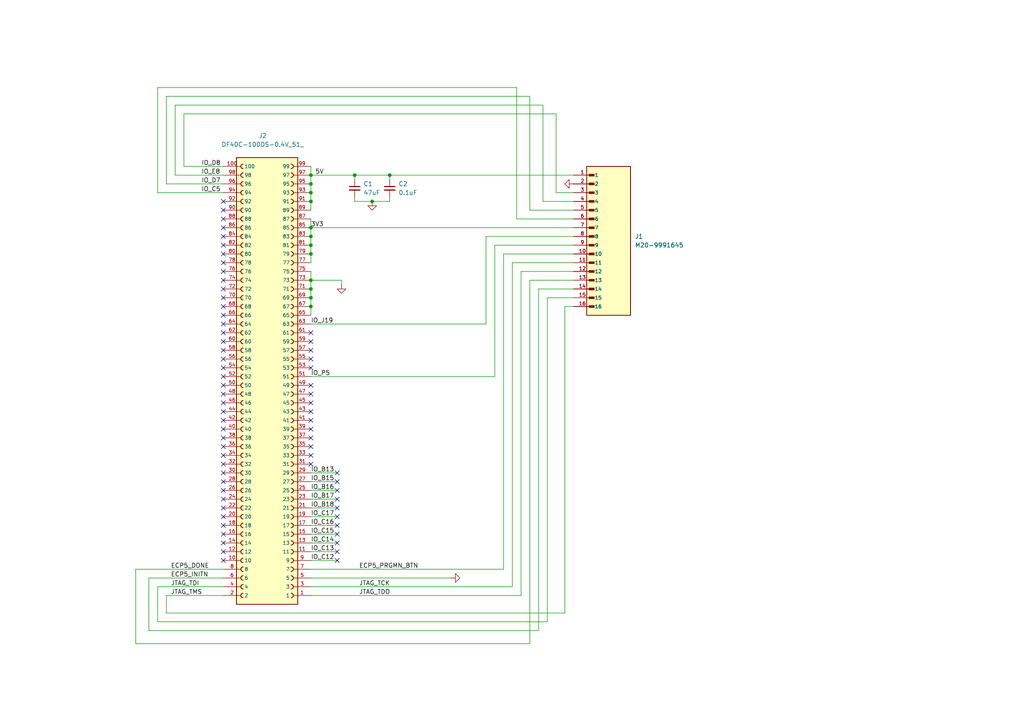
<source format=kicad_sch>
(kicad_sch (version 20231120) (generator "eeschema") (generator_version "8.0")
  (paper "A4")
  (lib_symbols
    (symbol "DF40C_100DS_0_4V_51_:DF40C-100DS-0.4V_51_" (pin_names (offset 1.016))
      (property "Reference" "J" (at -8.9083 63.6526 0))
      (property "Value" "DF40C-100DS-0.4V_51_" (at -8.9063 -68.7318 0))
      (symbol "DF40C-100DS-0.4V_51__0_0"
        (rectangle (start -8.89 -66.04) (end 8.89 63.5) (stroke (width 0.254)) (fill (type background)))
        (arc (start -6.985 -62.865) (mid -7.6172 -63.5) (end -6.985 -64.135) (stroke (width 0.254)))
        (arc (start -6.985 -60.325) (mid -7.6172 -60.96) (end -6.985 -61.595) (stroke (width 0.254)))
        (arc (start -6.985 -57.785) (mid -7.6172 -58.42) (end -6.985 -59.055) (stroke (width 0.254)))
        (arc (start -6.985 -55.245) (mid -7.6172 -55.88) (end -6.985 -56.515) (stroke (width 0.254)))
        (arc (start -6.985 -52.705) (mid -7.6172 -53.34) (end -6.985 -53.975) (stroke (width 0.254)))
        (arc (start -6.985 -50.165) (mid -7.6172 -50.8) (end -6.985 -51.435) (stroke (width 0.254)))
        (arc (start -6.985 -47.625) (mid -7.6172 -48.26) (end -6.985 -48.895) (stroke (width 0.254)))
        (arc (start -6.985 -45.085) (mid -7.6172 -45.72) (end -6.985 -46.355) (stroke (width 0.254)))
        (arc (start -6.985 -42.545) (mid -7.6172 -43.18) (end -6.985 -43.815) (stroke (width 0.254)))
        (arc (start -6.985 -40.005) (mid -7.6172 -40.64) (end -6.985 -41.275) (stroke (width 0.254)))
        (arc (start -6.985 -37.465) (mid -7.6172 -38.1) (end -6.985 -38.735) (stroke (width 0.254)))
        (arc (start -6.985 -34.925) (mid -7.6172 -35.56) (end -6.985 -36.195) (stroke (width 0.254)))
        (arc (start -6.985 -32.385) (mid -7.6172 -33.02) (end -6.985 -33.655) (stroke (width 0.254)))
        (arc (start -6.985 -29.845) (mid -7.6172 -30.48) (end -6.985 -31.115) (stroke (width 0.254)))
        (arc (start -6.985 -27.305) (mid -7.6172 -27.94) (end -6.985 -28.575) (stroke (width 0.254)))
        (arc (start -6.985 -24.765) (mid -7.6172 -25.4) (end -6.985 -26.035) (stroke (width 0.254)))
        (arc (start -6.985 -22.225) (mid -7.6172 -22.86) (end -6.985 -23.495) (stroke (width 0.254)))
        (arc (start -6.985 -19.685) (mid -7.6172 -20.32) (end -6.985 -20.955) (stroke (width 0.254)))
        (arc (start -6.985 -17.145) (mid -7.6172 -17.78) (end -6.985 -18.415) (stroke (width 0.254)))
        (arc (start -6.985 -14.605) (mid -7.6172 -15.24) (end -6.985 -15.875) (stroke (width 0.254)))
        (arc (start -6.985 -12.065) (mid -7.6172 -12.7) (end -6.985 -13.335) (stroke (width 0.254)))
        (arc (start -6.985 -9.525) (mid -7.6172 -10.16) (end -6.985 -10.795) (stroke (width 0.254)))
        (arc (start -6.985 -6.985) (mid -7.6172 -7.62) (end -6.985 -8.255) (stroke (width 0.254)))
        (arc (start -6.985 -4.445) (mid -7.6172 -5.08) (end -6.985 -5.715) (stroke (width 0.254)))
        (arc (start -6.985 -1.905) (mid -7.6172 -2.54) (end -6.985 -3.175) (stroke (width 0.254)))
        (arc (start -6.985 0.635) (mid -7.6172 0) (end -6.985 -0.635) (stroke (width 0.254)))
        (arc (start -6.985 3.175) (mid -7.6172 2.54) (end -6.985 1.905) (stroke (width 0.254)))
        (arc (start -6.985 5.715) (mid -7.6172 5.08) (end -6.985 4.445) (stroke (width 0.254)))
        (arc (start -6.985 8.255) (mid -7.6172 7.62) (end -6.985 6.985) (stroke (width 0.254)))
        (arc (start -6.985 10.795) (mid -7.6172 10.16) (end -6.985 9.525) (stroke (width 0.254)))
        (arc (start -6.985 13.335) (mid -7.6172 12.7) (end -6.985 12.065) (stroke (width 0.254)))
        (arc (start -6.985 15.875) (mid -7.6172 15.24) (end -6.985 14.605) (stroke (width 0.254)))
        (arc (start -6.985 18.415) (mid -7.6172 17.78) (end -6.985 17.145) (stroke (width 0.254)))
        (arc (start -6.985 20.955) (mid -7.6172 20.32) (end -6.985 19.685) (stroke (width 0.254)))
        (arc (start -6.985 23.495) (mid -7.6172 22.86) (end -6.985 22.225) (stroke (width 0.254)))
        (arc (start -6.985 26.035) (mid -7.6172 25.4) (end -6.985 24.765) (stroke (width 0.254)))
        (arc (start -6.985 28.575) (mid -7.6172 27.94) (end -6.985 27.305) (stroke (width 0.254)))
        (arc (start -6.985 31.115) (mid -7.6172 30.48) (end -6.985 29.845) (stroke (width 0.254)))
        (arc (start -6.985 33.655) (mid -7.6172 33.02) (end -6.985 32.385) (stroke (width 0.254)))
        (arc (start -6.985 36.195) (mid -7.6172 35.56) (end -6.985 34.925) (stroke (width 0.254)))
        (arc (start -6.985 38.735) (mid -7.6172 38.1) (end -6.985 37.465) (stroke (width 0.254)))
        (arc (start -6.985 41.275) (mid -7.6172 40.64) (end -6.985 40.005) (stroke (width 0.254)))
        (arc (start -6.985 43.815) (mid -7.6172 43.18) (end -6.985 42.545) (stroke (width 0.254)))
        (arc (start -6.985 46.355) (mid -7.6172 45.72) (end -6.985 45.085) (stroke (width 0.254)))
        (arc (start -6.985 48.895) (mid -7.6172 48.26) (end -6.985 47.625) (stroke (width 0.254)))
        (arc (start -6.985 51.435) (mid -7.6172 50.8) (end -6.985 50.165) (stroke (width 0.254)))
        (arc (start -6.985 53.975) (mid -7.6172 53.34) (end -6.985 52.705) (stroke (width 0.254)))
        (arc (start -6.985 56.515) (mid -7.6172 55.88) (end -6.985 55.245) (stroke (width 0.254)))
        (arc (start -6.985 59.055) (mid -7.6172 58.42) (end -6.985 57.785) (stroke (width 0.254)))
        (arc (start -6.985 61.595) (mid -7.6172 60.96) (end -6.985 60.325) (stroke (width 0.254)))
        (arc (start 6.985 -64.135) (mid 7.6172 -63.5) (end 6.985 -62.865) (stroke (width 0.254)))
        (arc (start 6.985 -61.595) (mid 7.6172 -60.96) (end 6.985 -60.325) (stroke (width 0.254)))
        (arc (start 6.985 -59.055) (mid 7.6172 -58.42) (end 6.985 -57.785) (stroke (width 0.254)))
        (arc (start 6.985 -56.515) (mid 7.6172 -55.88) (end 6.985 -55.245) (stroke (width 0.254)))
        (arc (start 6.985 -53.975) (mid 7.6172 -53.34) (end 6.985 -52.705) (stroke (width 0.254)))
        (arc (start 6.985 -51.435) (mid 7.6172 -50.8) (end 6.985 -50.165) (stroke (width 0.254)))
        (arc (start 6.985 -48.895) (mid 7.6172 -48.26) (end 6.985 -47.625) (stroke (width 0.254)))
        (arc (start 6.985 -46.355) (mid 7.6172 -45.72) (end 6.985 -45.085) (stroke (width 0.254)))
        (arc (start 6.985 -43.815) (mid 7.6172 -43.18) (end 6.985 -42.545) (stroke (width 0.254)))
        (arc (start 6.985 -41.275) (mid 7.6172 -40.64) (end 6.985 -40.005) (stroke (width 0.254)))
        (arc (start 6.985 -38.735) (mid 7.6172 -38.1) (end 6.985 -37.465) (stroke (width 0.254)))
        (arc (start 6.985 -36.195) (mid 7.6172 -35.56) (end 6.985 -34.925) (stroke (width 0.254)))
        (arc (start 6.985 -33.655) (mid 7.6172 -33.02) (end 6.985 -32.385) (stroke (width 0.254)))
        (arc (start 6.985 -31.115) (mid 7.6172 -30.48) (end 6.985 -29.845) (stroke (width 0.254)))
        (arc (start 6.985 -28.575) (mid 7.6172 -27.94) (end 6.985 -27.305) (stroke (width 0.254)))
        (arc (start 6.985 -26.035) (mid 7.6172 -25.4) (end 6.985 -24.765) (stroke (width 0.254)))
        (arc (start 6.985 -23.495) (mid 7.6172 -22.86) (end 6.985 -22.225) (stroke (width 0.254)))
        (arc (start 6.985 -20.955) (mid 7.6172 -20.32) (end 6.985 -19.685) (stroke (width 0.254)))
        (arc (start 6.985 -18.415) (mid 7.6172 -17.78) (end 6.985 -17.145) (stroke (width 0.254)))
        (arc (start 6.985 -15.875) (mid 7.6172 -15.24) (end 6.985 -14.605) (stroke (width 0.254)))
        (arc (start 6.985 -13.335) (mid 7.6172 -12.7) (end 6.985 -12.065) (stroke (width 0.254)))
        (arc (start 6.985 -10.795) (mid 7.6172 -10.16) (end 6.985 -9.525) (stroke (width 0.254)))
        (arc (start 6.985 -8.255) (mid 7.6172 -7.62) (end 6.985 -6.985) (stroke (width 0.254)))
        (arc (start 6.985 -5.715) (mid 7.6172 -5.08) (end 6.985 -4.445) (stroke (width 0.254)))
        (arc (start 6.985 -3.175) (mid 7.6172 -2.54) (end 6.985 -1.905) (stroke (width 0.254)))
        (arc (start 6.985 -0.635) (mid 7.6172 0) (end 6.985 0.635) (stroke (width 0.254)))
        (arc (start 6.985 1.905) (mid 7.6172 2.54) (end 6.985 3.175) (stroke (width 0.254)))
        (arc (start 6.985 4.445) (mid 7.6172 5.08) (end 6.985 5.715) (stroke (width 0.254)))
        (arc (start 6.985 6.985) (mid 7.6172 7.62) (end 6.985 8.255) (stroke (width 0.254)))
        (arc (start 6.985 9.525) (mid 7.6172 10.16) (end 6.985 10.795) (stroke (width 0.254)))
        (arc (start 6.985 12.065) (mid 7.6172 12.7) (end 6.985 13.335) (stroke (width 0.254)))
        (arc (start 6.985 14.605) (mid 7.6172 15.24) (end 6.985 15.875) (stroke (width 0.254)))
        (arc (start 6.985 17.145) (mid 7.6172 17.78) (end 6.985 18.415) (stroke (width 0.254)))
        (arc (start 6.985 19.685) (mid 7.6172 20.32) (end 6.985 20.955) (stroke (width 0.254)))
        (arc (start 6.985 22.225) (mid 7.6172 22.86) (end 6.985 23.495) (stroke (width 0.254)))
        (arc (start 6.985 24.765) (mid 7.6172 25.4) (end 6.985 26.035) (stroke (width 0.254)))
        (arc (start 6.985 27.305) (mid 7.6172 27.94) (end 6.985 28.575) (stroke (width 0.254)))
        (arc (start 6.985 29.845) (mid 7.6172 30.48) (end 6.985 31.115) (stroke (width 0.254)))
        (arc (start 6.985 32.385) (mid 7.6172 33.02) (end 6.985 33.655) (stroke (width 0.254)))
        (arc (start 6.985 34.925) (mid 7.6172 35.56) (end 6.985 36.195) (stroke (width 0.254)))
        (arc (start 6.985 37.465) (mid 7.6172 38.1) (end 6.985 38.735) (stroke (width 0.254)))
        (arc (start 6.985 40.005) (mid 7.6172 40.64) (end 6.985 41.275) (stroke (width 0.254)))
        (arc (start 6.985 42.545) (mid 7.6172 43.18) (end 6.985 43.815) (stroke (width 0.254)))
        (arc (start 6.985 45.085) (mid 7.6172 45.72) (end 6.985 46.355) (stroke (width 0.254)))
        (arc (start 6.985 47.625) (mid 7.6172 48.26) (end 6.985 48.895) (stroke (width 0.254)))
        (arc (start 6.985 50.165) (mid 7.6172 50.8) (end 6.985 51.435) (stroke (width 0.254)))
        (arc (start 6.985 52.705) (mid 7.6172 53.34) (end 6.985 53.975) (stroke (width 0.254)))
        (arc (start 6.985 55.245) (mid 7.6172 55.88) (end 6.985 56.515) (stroke (width 0.254)))
        (arc (start 6.985 57.785) (mid 7.6172 58.42) (end 6.985 59.055) (stroke (width 0.254)))
        (arc (start 6.985 60.325) (mid 7.6172 60.96) (end 6.985 61.595) (stroke (width 0.254)))
        (pin passive line (at -12.7 60.96 0) (length 5.08) (name "1") (number "1"))
        (pin passive line (at 12.7 50.8 180) (length 5.08) (name "10") (number "10"))
        (pin passive line (at 12.7 -63.5 180) (length 5.08) (name "100") (number "100"))
        (pin passive line (at -12.7 48.26 0) (length 5.08) (name "11") (number "11"))
        (pin passive line (at 12.7 48.26 180) (length 5.08) (name "12") (number "12"))
        (pin passive line (at -12.7 45.72 0) (length 5.08) (name "13") (number "13"))
        (pin passive line (at 12.7 45.72 180) (length 5.08) (name "14") (number "14"))
        (pin passive line (at -12.7 43.18 0) (length 5.08) (name "15") (number "15"))
        (pin passive line (at 12.7 43.18 180) (length 5.08) (name "16") (number "16"))
        (pin passive line (at -12.7 40.64 0) (length 5.08) (name "17") (number "17"))
        (pin passive line (at 12.7 40.64 180) (length 5.08) (name "18") (number "18"))
        (pin passive line (at -12.7 38.1 0) (length 5.08) (name "19") (number "19"))
        (pin passive line (at 12.7 60.96 180) (length 5.08) (name "2") (number "2"))
        (pin passive line (at 12.7 38.1 180) (length 5.08) (name "20") (number "20"))
        (pin passive line (at -12.7 35.56 0) (length 5.08) (name "21") (number "21"))
        (pin passive line (at 12.7 35.56 180) (length 5.08) (name "22") (number "22"))
        (pin passive line (at -12.7 33.02 0) (length 5.08) (name "23") (number "23"))
        (pin passive line (at 12.7 33.02 180) (length 5.08) (name "24") (number "24"))
        (pin passive line (at -12.7 30.48 0) (length 5.08) (name "25") (number "25"))
        (pin passive line (at 12.7 30.48 180) (length 5.08) (name "26") (number "26"))
        (pin passive line (at -12.7 27.94 0) (length 5.08) (name "27") (number "27"))
        (pin passive line (at 12.7 27.94 180) (length 5.08) (name "28") (number "28"))
        (pin passive line (at -12.7 25.4 0) (length 5.08) (name "29") (number "29"))
        (pin passive line (at -12.7 58.42 0) (length 5.08) (name "3") (number "3"))
        (pin passive line (at 12.7 25.4 180) (length 5.08) (name "30") (number "30"))
        (pin passive line (at -12.7 22.86 0) (length 5.08) (name "31") (number "31"))
        (pin passive line (at 12.7 22.86 180) (length 5.08) (name "32") (number "32"))
        (pin passive line (at -12.7 20.32 0) (length 5.08) (name "33") (number "33"))
        (pin passive line (at 12.7 20.32 180) (length 5.08) (name "34") (number "34"))
        (pin passive line (at -12.7 17.78 0) (length 5.08) (name "35") (number "35"))
        (pin passive line (at 12.7 17.78 180) (length 5.08) (name "36") (number "36"))
        (pin passive line (at -12.7 15.24 0) (length 5.08) (name "37") (number "37"))
        (pin passive line (at 12.7 15.24 180) (length 5.08) (name "38") (number "38"))
        (pin passive line (at -12.7 12.7 0) (length 5.08) (name "39") (number "39"))
        (pin passive line (at 12.7 58.42 180) (length 5.08) (name "4") (number "4"))
        (pin passive line (at 12.7 12.7 180) (length 5.08) (name "40") (number "40"))
        (pin passive line (at -12.7 10.16 0) (length 5.08) (name "41") (number "41"))
        (pin passive line (at 12.7 10.16 180) (length 5.08) (name "42") (number "42"))
        (pin passive line (at -12.7 7.62 0) (length 5.08) (name "43") (number "43"))
        (pin passive line (at 12.7 7.62 180) (length 5.08) (name "44") (number "44"))
        (pin passive line (at -12.7 5.08 0) (length 5.08) (name "45") (number "45"))
        (pin passive line (at 12.7 5.08 180) (length 5.08) (name "46") (number "46"))
        (pin passive line (at -12.7 2.54 0) (length 5.08) (name "47") (number "47"))
        (pin passive line (at 12.7 2.54 180) (length 5.08) (name "48") (number "48"))
        (pin passive line (at -12.7 0 0) (length 5.08) (name "49") (number "49"))
        (pin passive line (at -12.7 55.88 0) (length 5.08) (name "5") (number "5"))
        (pin passive line (at 12.7 0 180) (length 5.08) (name "50") (number "50"))
        (pin passive line (at -12.7 -2.54 0) (length 5.08) (name "51") (number "51"))
        (pin passive line (at 12.7 -2.54 180) (length 5.08) (name "52") (number "52"))
        (pin passive line (at -12.7 -5.08 0) (length 5.08) (name "53") (number "53"))
        (pin passive line (at 12.7 -5.08 180) (length 5.08) (name "54") (number "54"))
        (pin passive line (at -12.7 -7.62 0) (length 5.08) (name "55") (number "55"))
        (pin passive line (at 12.7 -7.62 180) (length 5.08) (name "56") (number "56"))
        (pin passive line (at -12.7 -10.16 0) (length 5.08) (name "57") (number "57"))
        (pin passive line (at 12.7 -10.16 180) (length 5.08) (name "58") (number "58"))
        (pin passive line (at -12.7 -12.7 0) (length 5.08) (name "59") (number "59"))
        (pin passive line (at 12.7 55.88 180) (length 5.08) (name "6") (number "6"))
        (pin passive line (at 12.7 -12.7 180) (length 5.08) (name "60") (number "60"))
        (pin passive line (at -12.7 -15.24 0) (length 5.08) (name "61") (number "61"))
        (pin passive line (at 12.7 -15.24 180) (length 5.08) (name "62") (number "62"))
        (pin passive line (at -12.7 -17.78 0) (length 5.08) (name "63") (number "63"))
        (pin passive line (at 12.7 -17.78 180) (length 5.08) (name "64") (number "64"))
        (pin passive line (at -12.7 -20.32 0) (length 5.08) (name "65") (number "65"))
        (pin passive line (at 12.7 -20.32 180) (length 5.08) (name "66") (number "66"))
        (pin passive line (at -12.7 -22.86 0) (length 5.08) (name "67") (number "67"))
        (pin passive line (at 12.7 -22.86 180) (length 5.08) (name "68") (number "68"))
        (pin passive line (at -12.7 -25.4 0) (length 5.08) (name "69") (number "69"))
        (pin passive line (at -12.7 53.34 0) (length 5.08) (name "7") (number "7"))
        (pin passive line (at 12.7 -25.4 180) (length 5.08) (name "70") (number "70"))
        (pin passive line (at -12.7 -27.94 0) (length 5.08) (name "71") (number "71"))
        (pin passive line (at 12.7 -27.94 180) (length 5.08) (name "72") (number "72"))
        (pin passive line (at -12.7 -30.48 0) (length 5.08) (name "73") (number "73"))
        (pin passive line (at 12.7 -30.48 180) (length 5.08) (name "74") (number "74"))
        (pin passive line (at -12.7 -33.02 0) (length 5.08) (name "75") (number "75"))
        (pin passive line (at 12.7 -33.02 180) (length 5.08) (name "76") (number "76"))
        (pin passive line (at -12.7 -35.56 0) (length 5.08) (name "77") (number "77"))
        (pin passive line (at 12.7 -35.56 180) (length 5.08) (name "78") (number "78"))
        (pin passive line (at -12.7 -38.1 0) (length 5.08) (name "79") (number "79"))
        (pin passive line (at 12.7 53.34 180) (length 5.08) (name "8") (number "8"))
        (pin passive line (at 12.7 -38.1 180) (length 5.08) (name "80") (number "80"))
        (pin passive line (at -12.7 -40.64 0) (length 5.08) (name "81") (number "81"))
        (pin passive line (at 12.7 -40.64 180) (length 5.08) (name "82") (number "82"))
        (pin passive line (at -12.7 -43.18 0) (length 5.08) (name "83") (number "83"))
        (pin passive line (at 12.7 -43.18 180) (length 5.08) (name "84") (number "84"))
        (pin passive line (at -12.7 -45.72 0) (length 5.08) (name "85") (number "85"))
        (pin passive line (at 12.7 -45.72 180) (length 5.08) (name "86") (number "86"))
        (pin passive line (at -12.7 -48.26 0) (length 5.08) (name "87") (number "87"))
        (pin passive line (at 12.7 -48.26 180) (length 5.08) (name "88") (number "88"))
        (pin passive line (at -12.7 -50.8 0) (length 5.08) (name "89") (number "89"))
        (pin passive line (at -12.7 50.8 0) (length 5.08) (name "9") (number "9"))
        (pin passive line (at 12.7 -50.8 180) (length 5.08) (name "90") (number "90"))
        (pin passive line (at -12.7 -53.34 0) (length 5.08) (name "91") (number "91"))
        (pin passive line (at 12.7 -53.34 180) (length 5.08) (name "92") (number "92"))
        (pin passive line (at -12.7 -55.88 0) (length 5.08) (name "93") (number "93"))
        (pin passive line (at 12.7 -55.88 180) (length 5.08) (name "94") (number "94"))
        (pin passive line (at -12.7 -58.42 0) (length 5.08) (name "95") (number "95"))
        (pin passive line (at 12.7 -58.42 180) (length 5.08) (name "96") (number "96"))
        (pin passive line (at -12.7 -60.96 0) (length 5.08) (name "97") (number "97"))
        (pin passive line (at 12.7 -60.96 180) (length 5.08) (name "98") (number "98"))
        (pin passive line (at -12.7 -63.5 0) (length 5.08) (name "99") (number "99"))
      )
    )
    (symbol "Device:C_Small" (pin_numbers hide) (pin_names (offset 0.254) hide)
      (property "Reference" "C" (at 0.254 1.778 0))
      (property "Value" "C_Small" (at 0.254 -2.032 0))
      (symbol "C_Small_0_1"
        (polyline (pts (xy -1.524 -0.508) (xy 1.524 -0.508)) (stroke (width 0.3302)))
        (polyline (pts (xy -1.524 0.508) (xy 1.524 0.508)) (stroke (width 0.3048)))
      )
      (symbol "C_Small_1_1"
        (pin passive line (at 0 2.54 270) (length 2.032) (name "~") (number "1"))
        (pin passive line (at 0 -2.54 90) (length 2.032) (name "~") (number "2"))
      )
    )
    (symbol "M20_9991645:M20-9991645" (pin_names (offset 1.016))
      (property "Reference" "J" (at -6.85 22.86 0))
      (property "Value" "M20-9991645" (at -6.35 -22.86 0))
      (symbol "M20-9991645_0_0"
        (rectangle (start -6.35 -20.32) (end 6.35 22.86) (stroke (width 0.254)) (fill (type background)))
        (rectangle (start -5.715 -18.0975) (end -4.1275 -17.4625) (stroke (width 0.1)) (fill (type outline)))
        (rectangle (start -5.715 -15.5575) (end -4.1275 -14.9225) (stroke (width 0.1)) (fill (type outline)))
        (rectangle (start -5.715 -13.0175) (end -4.1275 -12.3825) (stroke (width 0.1)) (fill (type outline)))
        (rectangle (start -5.715 -10.4775) (end -4.1275 -9.8425) (stroke (width 0.1)) (fill (type outline)))
        (rectangle (start -5.715 -7.9375) (end -4.1275 -7.3025) (stroke (width 0.1)) (fill (type outline)))
        (rectangle (start -5.715 -5.3975) (end -4.1275 -4.7625) (stroke (width 0.1)) (fill (type outline)))
        (rectangle (start -5.715 -2.8575) (end -4.1275 -2.2225) (stroke (width 0.1)) (fill (type outline)))
        (rectangle (start -5.715 -0.3175) (end -4.1275 0.3175) (stroke (width 0.1)) (fill (type outline)))
        (rectangle (start -5.715 2.2225) (end -4.1275 2.8575) (stroke (width 0.1)) (fill (type outline)))
        (rectangle (start -5.715 4.7625) (end -4.1275 5.3975) (stroke (width 0.1)) (fill (type outline)))
        (rectangle (start -5.715 7.3025) (end -4.1275 7.9375) (stroke (width 0.1)) (fill (type outline)))
        (rectangle (start -5.715 9.8425) (end -4.1275 10.4775) (stroke (width 0.1)) (fill (type outline)))
        (rectangle (start -5.715 12.3825) (end -4.1275 13.0175) (stroke (width 0.1)) (fill (type outline)))
        (rectangle (start -5.715 14.9225) (end -4.1275 15.5575) (stroke (width 0.1)) (fill (type outline)))
        (rectangle (start -5.715 17.4625) (end -4.1275 18.0975) (stroke (width 0.1)) (fill (type outline)))
        (rectangle (start -5.715 20.0025) (end -4.1275 20.6375) (stroke (width 0.1)) (fill (type outline)))
        (pin passive line (at -10.16 20.32 0) (length 5.08) (name "1") (number "1"))
        (pin passive line (at -10.16 -2.54 0) (length 5.08) (name "10") (number "10"))
        (pin passive line (at -10.16 -5.08 0) (length 5.08) (name "11") (number "11"))
        (pin passive line (at -10.16 -7.62 0) (length 5.08) (name "12") (number "12"))
        (pin passive line (at -10.16 -10.16 0) (length 5.08) (name "13") (number "13"))
        (pin passive line (at -10.16 -12.7 0) (length 5.08) (name "14") (number "14"))
        (pin passive line (at -10.16 -15.24 0) (length 5.08) (name "15") (number "15"))
        (pin passive line (at -10.16 -17.78 0) (length 5.08) (name "16") (number "16"))
        (pin passive line (at -10.16 17.78 0) (length 5.08) (name "2") (number "2"))
        (pin passive line (at -10.16 15.24 0) (length 5.08) (name "3") (number "3"))
        (pin passive line (at -10.16 12.7 0) (length 5.08) (name "4") (number "4"))
        (pin passive line (at -10.16 10.16 0) (length 5.08) (name "5") (number "5"))
        (pin passive line (at -10.16 7.62 0) (length 5.08) (name "6") (number "6"))
        (pin passive line (at -10.16 5.08 0) (length 5.08) (name "7") (number "7"))
        (pin passive line (at -10.16 2.54 0) (length 5.08) (name "8") (number "8"))
        (pin passive line (at -10.16 0 0) (length 5.08) (name "9") (number "9"))
      )
    )
    (symbol "power:GND" (power) (pin_numbers hide) (pin_names (offset 0) hide)
      (property "Value" "GND" (at 0 -3.81 0))
      (symbol "GND_0_1"
        (polyline (pts (xy 0 0) (xy 0 -1.27) (xy 1.27 -1.27) (xy 0 -2.54) (xy -1.27 -1.27) (xy 0 -1.27)))
      )
      (symbol "GND_1_1"
        (pin power_in line (at 0 0 270) (length 0) (name "~") (number "1"))
      )
    )
  )
  (junction (at 90.17 53.34))
  (junction (at 90.17 71.12))
  (junction (at 90.17 88.9))
  (junction (at 90.17 50.8))
  (junction (at 90.17 73.66))
  (junction (at 113.03 50.8))
  (junction (at 90.17 68.58))
  (junction (at 90.17 86.36))
  (junction (at 90.17 58.42))
  (junction (at 102.87 50.8))
  (junction (at 90.17 83.82))
  (junction (at 90.17 66.04))
  (junction (at 90.17 81.28))
  (junction (at 107.95 58.42))
  (junction (at 90.17 55.88))
  (no_connect (at 64.77 88.9))
  (no_connect (at 64.77 106.68))
  (no_connect (at 97.79 139.7))
  (no_connect (at 97.79 160.02))
  (no_connect (at 64.77 109.22))
  (no_connect (at 64.77 147.32))
  (no_connect (at 64.77 152.4))
  (no_connect (at 64.77 66.04))
  (no_connect (at 64.77 78.74))
  (no_connect (at 64.77 91.44))
  (no_connect (at 64.77 154.94))
  (no_connect (at 64.77 157.48))
  (no_connect (at 90.17 121.92))
  (no_connect (at 64.77 111.76))
  (no_connect (at 64.77 83.82))
  (no_connect (at 64.77 71.12))
  (no_connect (at 64.77 162.56))
  (no_connect (at 97.79 149.86))
  (no_connect (at 97.79 147.32))
  (no_connect (at 97.79 152.4))
  (no_connect (at 64.77 129.54))
  (no_connect (at 64.77 99.06))
  (no_connect (at 64.77 121.92))
  (no_connect (at 64.77 86.36))
  (no_connect (at 64.77 139.7))
  (no_connect (at 90.17 116.84))
  (no_connect (at 64.77 81.28))
  (no_connect (at 97.79 157.48))
  (no_connect (at 64.77 124.46))
  (no_connect (at 90.17 132.08))
  (no_connect (at 64.77 93.98))
  (no_connect (at 64.77 68.58))
  (no_connect (at 64.77 144.78))
  (no_connect (at 90.17 114.3))
  (no_connect (at 90.17 119.38))
  (no_connect (at 90.17 96.52))
  (no_connect (at 64.77 60.96))
  (no_connect (at 64.77 137.16))
  (no_connect (at 90.17 111.76))
  (no_connect (at 64.77 114.3))
  (no_connect (at 90.17 106.68))
  (no_connect (at 97.79 142.24))
  (no_connect (at 64.77 104.14))
  (no_connect (at 97.79 144.78))
  (no_connect (at 90.17 101.6))
  (no_connect (at 90.17 124.46))
  (no_connect (at 97.79 137.16))
  (no_connect (at 64.77 73.66))
  (no_connect (at 64.77 149.86))
  (no_connect (at 90.17 104.14))
  (no_connect (at 97.79 162.56))
  (no_connect (at 64.77 132.08))
  (no_connect (at 64.77 119.38))
  (no_connect (at 64.77 63.5))
  (no_connect (at 97.79 154.94))
  (no_connect (at 64.77 134.62))
  (no_connect (at 90.17 127))
  (no_connect (at 90.17 134.62))
  (no_connect (at 64.77 58.42))
  (no_connect (at 64.77 76.2))
  (no_connect (at 64.77 127))
  (no_connect (at 90.17 129.54))
  (no_connect (at 64.77 101.6))
  (no_connect (at 64.77 142.24))
  (no_connect (at 64.77 160.02))
  (no_connect (at 64.77 96.52))
  (no_connect (at 90.17 99.06))
  (no_connect (at 64.77 116.84))
  (wire (pts (xy 50.8 50.8) (xy 50.8 30.48)))
  (wire (pts (xy 90.17 170.18) (xy 148.59 170.18)))
  (wire (pts (xy 102.87 58.42) (xy 102.87 57.15)))
  (wire (pts (xy 48.26 177.8) (xy 163.83 177.8)))
  (wire (pts (xy 153.67 27.94) (xy 153.67 60.96)))
  (wire (pts (xy 43.18 167.64) (xy 43.18 182.88)))
  (wire (pts (xy 90.17 165.1) (xy 146.05 165.1)))
  (wire (pts (xy 113.03 58.42) (xy 113.03 57.15)))
  (wire (pts (xy 130.81 167.64) (xy 90.17 167.64)))
  (wire (pts (xy 166.37 55.88) (xy 161.29 55.88)))
  (wire (pts (xy 90.17 73.66) (xy 90.17 76.2)))
  (wire (pts (xy 107.95 58.42) (xy 102.87 58.42)))
  (wire (pts (xy 90.17 172.72) (xy 151.13 172.72)))
  (wire (pts (xy 90.17 50.8) (xy 90.17 53.34)))
  (wire (pts (xy 90.17 109.22) (xy 143.51 109.22)))
  (wire (pts (xy 43.18 167.64) (xy 64.77 167.64)))
  (wire (pts (xy 140.97 93.98) (xy 140.97 68.58)))
  (wire (pts (xy 90.17 93.98) (xy 140.97 93.98)))
  (wire (pts (xy 153.67 81.28) (xy 166.37 81.28)))
  (wire (pts (xy 53.34 33.02) (xy 161.29 33.02)))
  (wire (pts (xy 163.83 88.9) (xy 166.37 88.9)))
  (wire (pts (xy 113.03 50.8) (xy 113.03 52.07)))
  (wire (pts (xy 90.17 149.86) (xy 97.79 149.86)))
  (wire (pts (xy 90.17 66.04) (xy 90.17 63.5)))
  (wire (pts (xy 45.72 170.18) (xy 45.72 180.34)))
  (wire (pts (xy 166.37 66.04) (xy 90.17 66.04)))
  (wire (pts (xy 39.37 186.69) (xy 39.37 165.1)))
  (wire (pts (xy 158.75 180.34) (xy 158.75 86.36)))
  (wire (pts (xy 102.87 52.07) (xy 102.87 50.8)))
  (wire (pts (xy 45.72 170.18) (xy 64.77 170.18)))
  (wire (pts (xy 90.17 71.12) (xy 90.17 73.66)))
  (wire (pts (xy 64.77 48.26) (xy 53.34 48.26)))
  (wire (pts (xy 64.77 50.8) (xy 50.8 50.8)))
  (wire (pts (xy 90.17 88.9) (xy 90.17 91.44)))
  (wire (pts (xy 90.17 53.34) (xy 90.17 55.88)))
  (wire (pts (xy 163.83 177.8) (xy 163.83 88.9)))
  (wire (pts (xy 153.67 81.28) (xy 153.67 186.69)))
  (wire (pts (xy 90.17 142.24) (xy 97.79 142.24)))
  (wire (pts (xy 48.26 53.34) (xy 48.26 27.94)))
  (wire (pts (xy 158.75 86.36) (xy 166.37 86.36)))
  (wire (pts (xy 161.29 33.02) (xy 161.29 55.88)))
  (wire (pts (xy 143.51 71.12) (xy 166.37 71.12)))
  (wire (pts (xy 48.26 172.72) (xy 48.26 177.8)))
  (wire (pts (xy 45.72 55.88) (xy 45.72 25.4)))
  (wire (pts (xy 148.59 76.2) (xy 166.37 76.2)))
  (wire (pts (xy 90.17 147.32) (xy 97.79 147.32)))
  (wire (pts (xy 90.17 139.7) (xy 97.79 139.7)))
  (wire (pts (xy 90.17 137.16) (xy 97.79 137.16)))
  (wire (pts (xy 48.26 172.72) (xy 64.77 172.72)))
  (wire (pts (xy 99.06 81.28) (xy 99.06 82.55)))
  (wire (pts (xy 166.37 60.96) (xy 153.67 60.96)))
  (wire (pts (xy 90.17 157.48) (xy 97.79 157.48)))
  (wire (pts (xy 45.72 25.4) (xy 149.86 25.4)))
  (wire (pts (xy 90.17 86.36) (xy 90.17 88.9)))
  (wire (pts (xy 43.18 182.88) (xy 156.21 182.88)))
  (wire (pts (xy 90.17 83.82) (xy 90.17 86.36)))
  (wire (pts (xy 64.77 55.88) (xy 45.72 55.88)))
  (wire (pts (xy 90.17 152.4) (xy 97.79 152.4)))
  (wire (pts (xy 113.03 50.8) (xy 166.37 50.8)))
  (wire (pts (xy 157.48 58.42) (xy 166.37 58.42)))
  (wire (pts (xy 149.86 25.4) (xy 149.86 63.5)))
  (wire (pts (xy 90.17 55.88) (xy 90.17 58.42)))
  (wire (pts (xy 140.97 68.58) (xy 166.37 68.58)))
  (wire (pts (xy 157.48 30.48) (xy 157.48 58.42)))
  (wire (pts (xy 156.21 182.88) (xy 156.21 83.82)))
  (wire (pts (xy 45.72 180.34) (xy 158.75 180.34)))
  (wire (pts (xy 90.17 154.94) (xy 97.79 154.94)))
  (wire (pts (xy 151.13 78.74) (xy 166.37 78.74)))
  (wire (pts (xy 90.17 83.82) (xy 90.17 81.28)))
  (wire (pts (xy 64.77 53.34) (xy 48.26 53.34)))
  (wire (pts (xy 149.86 63.5) (xy 166.37 63.5)))
  (wire (pts (xy 151.13 78.74) (xy 151.13 172.72)))
  (wire (pts (xy 156.21 83.82) (xy 166.37 83.82)))
  (wire (pts (xy 102.87 50.8) (xy 113.03 50.8)))
  (wire (pts (xy 50.8 30.48) (xy 157.48 30.48)))
  (wire (pts (xy 146.05 73.66) (xy 166.37 73.66)))
  (wire (pts (xy 90.17 50.8) (xy 102.87 50.8)))
  (wire (pts (xy 90.17 58.42) (xy 90.17 60.96)))
  (wire (pts (xy 153.67 186.69) (xy 39.37 186.69)))
  (wire (pts (xy 143.51 109.22) (xy 143.51 71.12)))
  (wire (pts (xy 90.17 68.58) (xy 90.17 66.04)))
  (wire (pts (xy 39.37 165.1) (xy 64.77 165.1)))
  (wire (pts (xy 53.34 48.26) (xy 53.34 33.02)))
  (wire (pts (xy 90.17 78.74) (xy 90.17 81.28)))
  (wire (pts (xy 90.17 48.26) (xy 90.17 50.8)))
  (wire (pts (xy 90.17 162.56) (xy 97.79 162.56)))
  (wire (pts (xy 90.17 68.58) (xy 90.17 71.12)))
  (wire (pts (xy 90.17 144.78) (xy 97.79 144.78)))
  (wire (pts (xy 148.59 76.2) (xy 148.59 170.18)))
  (wire (pts (xy 48.26 27.94) (xy 153.67 27.94)))
  (wire (pts (xy 146.05 73.66) (xy 146.05 165.1)))
  (wire (pts (xy 107.95 58.42) (xy 113.03 58.42)))
  (wire (pts (xy 90.17 160.02) (xy 97.79 160.02)))
  (wire (pts (xy 99.06 81.28) (xy 90.17 81.28)))
  (label "JTAG_TMS" (at 49.53 172.72 0))
  (label "IO_C14" (at 90.17 157.48 0))
  (label "JTAG_TDI" (at 49.53 170.18 0))
  (label "IO_C5" (at 58.42 55.88 0))
  (label "JTAG_TDO" (at 104.14 172.72 0))
  (label "IO_C13" (at 90.17 160.02 0))
  (label "IO_D8" (at 58.42 48.26 0))
  (label "ECP5_DONE" (at 49.53 165.1 0))
  (label "IO_B15" (at 90.17 139.7 0))
  (label "ECP5_INITN" (at 49.53 167.64 0))
  (label "IO_B17" (at 90.17 144.78 0))
  (label "IO_E8" (at 58.42 50.8 0))
  (label "IO_C16" (at 90.17 152.4 0))
  (label "IO_B18" (at 90.17 147.32 0))
  (label "IO_C12" (at 90.17 162.56 0))
  (label "3V3" (at 90.17 66.04 0))
  (label "ECP5_PRGMN_BTN" (at 104.14 165.1 0))
  (label "5V" (at 91.44 50.8 0))
  (label "IO_J19" (at 90.17 93.98 0))
  (label "IO_D7" (at 58.42 53.34 0))
  (label "JTAG_TCK" (at 104.14 170.18 0))
  (label "IO_C17" (at 90.17 149.86 0))
  (label "IO_C15" (at 90.17 154.94 0))
  (label "IO_P5" (at 90.17 109.22 0))
  (label "IO_B13" (at 90.17 137.16 0))
  (label "IO_B16" (at 90.17 142.24 0))
  (symbol (lib_id "power:GND") (at 107.95 58.42 0) (unit 1)
    (property "Reference" "#PWR02" (effects (hide yes)))
    (property "Value" "GND" (effects (hide yes)))
    (property "Description" "Power symbol creates a global label with name \"GND\" , ground" (effects (hide yes)))
  )
  (symbol (lib_id "power:GND") (at 166.37 53.34 270) (unit 1)
    (property "Reference" "#PWR03" (effects (hide yes)))
    (property "Value" "GND" (effects (hide yes)))
    (property "Description" "Power symbol creates a global label with name \"GND\" , ground" (effects (hide yes)))
  )
  (symbol (lib_id "Device:C_Small") (at 113.03 54.61 0) (unit 1)
    (property "Reference" "C2" (at 115.57 53.3462 0) (effects (justify left)))
    (property "Value" "0.1uF" (at 115.57 55.8862 0) (effects (justify left)))
    (property "Footprint" "Capacitor_SMD:C_0805_2012Metric_Pad1.18x1.45mm_HandSolder" (effects (hide yes)))
    (property "Datasheet" "https://www.yageo.com/upload/media/product/productsearch/datasheet/mlcc/UPY-GPHC_X7R_6.3V-to-250V_24.pdf" (effects (hide yes)))
    (property "Description" "Unpolarized capacitor, small symbol" (effects (hide yes)))
    (property "Digikey" "https://www.digikey.com/en/products/detail/yageo/CC0805KRX7R9BB104/302874" (effects (hide yes)))
    (property "Mfgr" "YAGEO" (effects (hide yes)))
    (property "MPN" "CC0805KRX7R9BB104" (effects (hide yes)))
  )
  (symbol (lib_id "Device:C_Small") (at 102.87 54.61 0) (unit 1)
    (property "Reference" "C1" (at 105.41 53.3462 0) (effects (justify left)))
    (property "Value" "47uF" (at 105.41 55.8862 0) (effects (justify left)))
    (property "Footprint" "Capacitor_SMD:C_0805_2012Metric_Pad1.18x1.45mm_HandSolder" (effects (hide yes)))
    (property "Datasheet" "https://search.murata.co.jp/Ceramy/image/img/A01X/G101/ENG/GRM21BR61A476ME15-01.pdf" (effects (hide yes)))
    (property "Description" "Unpolarized capacitor, small symbol" (effects (hide yes)))
    (property "Digikey" "https://www.digikey.com/en/products/detail/murata-electronics/GRM21BR61A476ME15L/4905529" (effects (hide yes)))
    (property "Mfgr" "Murata Electronics" (effects (hide yes)))
    (property "MPN" "GRM21BR61A476ME15L" (effects (hide yes)))
  )
  (symbol (lib_id "power:GND") (at 130.81 167.64 90) (unit 1)
    (property "Reference" "#PWR04" (effects (hide yes)))
    (property "Value" "GND" (effects (hide yes)))
    (property "Description" "Power symbol creates a global label with name \"GND\" , ground" (effects (hide yes)))
  )
  (symbol (lib_id "M20_9991645:M20-9991645") (at 176.53 71.12 0) (unit 1)
    (property "Reference" "J1" (at 184.15 68.5799 0) (effects (justify left)))
    (property "Value" "M20-9991645" (at 184.15 71.1199 0) (effects (justify left)))
    (property "Footprint" "M20_9991645:HARWIN_M20-9991645" (effects (hide yes)))
    (property "Datasheet" "https://cdn.harwin.com/pdfs/M20-999.pdf" (effects (hide yes)))
    (property "Digikey" "https://www.digikey.com/en/products/detail/harwin-inc/M20-9991645/3921260" (effects (hide yes)))
    (property "Mfgr" "Harwin Inc." (effects (hide yes)))
    (property "MPN" "M20-9991645" (effects (hide yes)))
  )
  (symbol (lib_id "power:GND") (at 99.06 82.55 0) (unit 1)
    (property "Reference" "#PWR01" (effects (hide yes)))
    (property "Value" "GND" (effects (hide yes)))
    (property "Description" "Power symbol creates a global label with name \"GND\" , ground" (effects (hide yes)))
  )
  (symbol (lib_id "DF40C_100DS_0_4V_51_:DF40C-100DS-0.4V_51_") (at 77.47 111.76 180) (unit 1)
    (property "Reference" "J2" (at 76.2 39.37 0))
    (property "Value" "DF40C-100DS-0.4V_51_" (at 76.2 41.91 0))
    (property "Footprint" "DF40C_100DS_0_4V_51_:HIROSE_DF40C-100DS-0.4V_51_" (effects (hide yes)))
    (property "Datasheet" "https://www.hirose.com/en/product/document?clcode=&productname=&series=DF40&documenttype=Catalog&lang=en&documentid=en_DF40_CAT" (effects (hide yes)))
    (property "PARTREV" "Oct.1.2023" (effects (hide yes)))
    (property "STANDARD" "Manufacturer Recommendations" (effects (hide yes)))
    (property "MAXIMUM_PACKAGE_HEIGHT" "1.65mm" (effects (hide yes)))
    (property "MANUFACTURER" "Hirose" (effects (hide yes)))
    (property "Digikey" "https://www.digikey.com/en/products/detail/hirose-electric-co-ltd/DF40C-100DS-0-4V-51/1969476" (effects (hide yes)))
    (property "Mfgr" "Hirose Electric Co Ltd" (effects (hide yes)))
    (property "MPN" "DF40C-100DS-0.4V(51)" (effects (hide yes)))
  )
)
</source>
